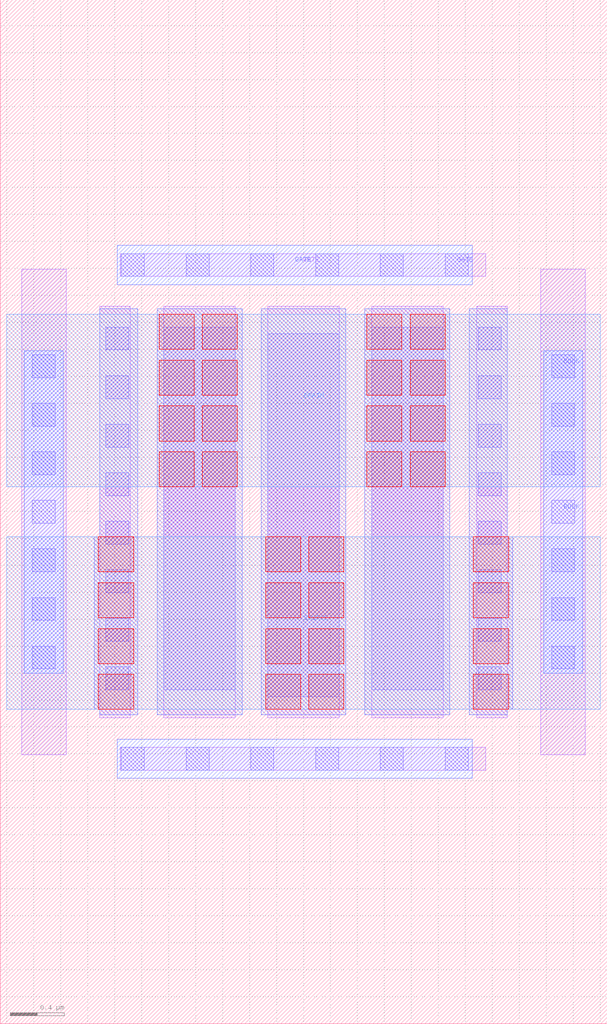
<source format=lef>
# Copyright 2020 The SkyWater PDK Authors
#
# Licensed under the Apache License, Version 2.0 (the "License");
# you may not use this file except in compliance with the License.
# You may obtain a copy of the License at
#
#     https://www.apache.org/licenses/LICENSE-2.0
#
# Unless required by applicable law or agreed to in writing, software
# distributed under the License is distributed on an "AS IS" BASIS,
# WITHOUT WARRANTIES OR CONDITIONS OF ANY KIND, either express or implied.
# See the License for the specific language governing permissions and
# limitations under the License.
#
# SPDX-License-Identifier: Apache-2.0

VERSION 5.7 ;
  NOWIREEXTENSIONATPIN ON ;
  DIVIDERCHAR "/" ;
  BUSBITCHARS "[]" ;
MACRO sky130_fd_pr__rf_pfet_01v8_mcM04W3p00L0p15
  CLASS BLOCK ;
  FOREIGN sky130_fd_pr__rf_pfet_01v8_mcM04W3p00L0p15 ;
  ORIGIN  0.050000  0.000000 ;
  SIZE  4.500000 BY  7.590000 ;
  PIN BULK
    ANTENNADIFFAREA  1.618200 ;
    PORT
      LAYER li1 ;
        RECT 0.110000 1.995000 0.440000 5.595000 ;
        RECT 3.960000 1.995000 4.290000 5.595000 ;
      LAYER mcon ;
        RECT 0.190000 2.630000 0.360000 2.800000 ;
        RECT 0.190000 2.990000 0.360000 3.160000 ;
        RECT 0.190000 3.350000 0.360000 3.520000 ;
        RECT 0.190000 3.710000 0.360000 3.880000 ;
        RECT 0.190000 4.070000 0.360000 4.240000 ;
        RECT 0.190000 4.430000 0.360000 4.600000 ;
        RECT 0.190000 4.790000 0.360000 4.960000 ;
        RECT 4.040000 2.630000 4.210000 2.800000 ;
        RECT 4.040000 2.990000 4.210000 3.160000 ;
        RECT 4.040000 3.350000 4.210000 3.520000 ;
        RECT 4.040000 3.710000 4.210000 3.880000 ;
        RECT 4.040000 4.070000 4.210000 4.240000 ;
        RECT 4.040000 4.430000 4.210000 4.600000 ;
        RECT 4.040000 4.790000 4.210000 4.960000 ;
    END
    PORT
      LAYER met1 ;
        RECT 0.130000 2.600000 0.420000 4.990000 ;
        RECT 3.980000 2.600000 4.270000 4.990000 ;
    END
  END BULK
  PIN DRAIN
    ANTENNADIFFAREA  3.732400 ;
    PORT
      LAYER met2 ;
        RECT 0.000000 3.980000 4.400000 5.260000 ;
    END
  END DRAIN
  PIN GATE
    ANTENNAGATEAREA  1.806000 ;
    PORT
      LAYER li1 ;
        RECT 0.840000 1.880000 3.550000 2.050000 ;
        RECT 0.840000 5.540000 3.550000 5.710000 ;
      LAYER mcon ;
        RECT 0.850000 1.880000 1.020000 2.050000 ;
        RECT 0.850000 5.540000 1.020000 5.710000 ;
        RECT 1.330000 1.880000 1.500000 2.050000 ;
        RECT 1.330000 5.540000 1.500000 5.710000 ;
        RECT 1.810000 1.880000 1.980000 2.050000 ;
        RECT 1.810000 5.540000 1.980000 5.710000 ;
        RECT 2.290000 1.880000 2.460000 2.050000 ;
        RECT 2.290000 5.540000 2.460000 5.710000 ;
        RECT 2.770000 1.880000 2.940000 2.050000 ;
        RECT 2.770000 5.540000 2.940000 5.710000 ;
        RECT 3.250000 1.880000 3.420000 2.050000 ;
        RECT 3.250000 5.540000 3.420000 5.710000 ;
    END
    PORT
      LAYER met1 ;
        RECT 0.820000 1.820000 3.450000 2.110000 ;
        RECT 0.820000 5.480000 3.450000 5.770000 ;
    END
  END GATE
  PIN SOURCE
    ANTENNADIFFAREA  3.551800 ;
    PORT
      LAYER met2 ;
        RECT 0.000000 2.330000 4.400000 3.610000 ;
    END
  END SOURCE
  OBS
    LAYER li1 ;
      RECT 0.690000 2.270000 0.915000 5.320000 ;
      RECT 1.165000 2.270000 1.695000 5.320000 ;
      RECT 1.935000 2.270000 2.465000 5.320000 ;
      RECT 2.705000 2.270000 3.235000 5.320000 ;
      RECT 3.485000 2.270000 3.710000 5.320000 ;
    LAYER mcon ;
      RECT 0.735000 2.475000 0.905000 2.645000 ;
      RECT 0.735000 2.835000 0.905000 3.005000 ;
      RECT 0.735000 3.195000 0.905000 3.365000 ;
      RECT 0.735000 3.555000 0.905000 3.725000 ;
      RECT 0.735000 3.915000 0.905000 4.085000 ;
      RECT 0.735000 4.275000 0.905000 4.445000 ;
      RECT 0.735000 4.635000 0.905000 4.805000 ;
      RECT 0.735000 4.995000 0.905000 5.165000 ;
      RECT 1.165000 2.475000 1.695000 5.165000 ;
      RECT 1.935000 2.425000 2.465000 5.115000 ;
      RECT 2.705000 2.475000 3.235000 5.165000 ;
      RECT 3.495000 2.475000 3.665000 2.645000 ;
      RECT 3.495000 2.835000 3.665000 3.005000 ;
      RECT 3.495000 3.195000 3.665000 3.365000 ;
      RECT 3.495000 3.555000 3.665000 3.725000 ;
      RECT 3.495000 3.915000 3.665000 4.085000 ;
      RECT 3.495000 4.275000 3.665000 4.445000 ;
      RECT 3.495000 4.635000 3.665000 4.805000 ;
      RECT 3.495000 4.995000 3.665000 5.165000 ;
    LAYER met1 ;
      RECT 0.650000 2.330000 0.970000 3.610000 ;
      RECT 0.690000 2.290000 0.970000 2.330000 ;
      RECT 0.690000 3.610000 0.970000 5.300000 ;
      RECT 1.115000 2.290000 1.745000 5.300000 ;
      RECT 1.885000 2.290000 2.515000 5.300000 ;
      RECT 2.655000 2.290000 3.285000 5.300000 ;
      RECT 3.430000 2.290000 3.710000 2.330000 ;
      RECT 3.430000 2.330000 3.750000 3.610000 ;
      RECT 3.430000 3.610000 3.710000 5.300000 ;
    LAYER via ;
      RECT 0.680000 2.330000 0.940000 2.590000 ;
      RECT 0.680000 2.670000 0.940000 2.930000 ;
      RECT 0.680000 3.010000 0.940000 3.270000 ;
      RECT 0.680000 3.350000 0.940000 3.610000 ;
      RECT 1.130000 3.980000 1.390000 4.240000 ;
      RECT 1.130000 4.320000 1.390000 4.580000 ;
      RECT 1.130000 4.660000 1.390000 4.920000 ;
      RECT 1.130000 5.000000 1.390000 5.260000 ;
      RECT 1.450000 3.980000 1.710000 4.240000 ;
      RECT 1.450000 4.320000 1.710000 4.580000 ;
      RECT 1.450000 4.660000 1.710000 4.920000 ;
      RECT 1.450000 5.000000 1.710000 5.260000 ;
      RECT 1.920000 2.330000 2.180000 2.590000 ;
      RECT 1.920000 2.670000 2.180000 2.930000 ;
      RECT 1.920000 3.010000 2.180000 3.270000 ;
      RECT 1.920000 3.350000 2.180000 3.610000 ;
      RECT 2.240000 2.330000 2.500000 2.590000 ;
      RECT 2.240000 2.670000 2.500000 2.930000 ;
      RECT 2.240000 3.010000 2.500000 3.270000 ;
      RECT 2.240000 3.350000 2.500000 3.610000 ;
      RECT 2.670000 3.980000 2.930000 4.240000 ;
      RECT 2.670000 4.320000 2.930000 4.580000 ;
      RECT 2.670000 4.660000 2.930000 4.920000 ;
      RECT 2.670000 5.000000 2.930000 5.260000 ;
      RECT 2.990000 3.980000 3.250000 4.240000 ;
      RECT 2.990000 4.320000 3.250000 4.580000 ;
      RECT 2.990000 4.660000 3.250000 4.920000 ;
      RECT 2.990000 5.000000 3.250000 5.260000 ;
      RECT 3.460000 2.330000 3.720000 2.590000 ;
      RECT 3.460000 2.670000 3.720000 2.930000 ;
      RECT 3.460000 3.010000 3.720000 3.270000 ;
      RECT 3.460000 3.350000 3.720000 3.610000 ;
  END
END sky130_fd_pr__rf_pfet_01v8_mcM04W3p00L0p15
END LIBRARY

</source>
